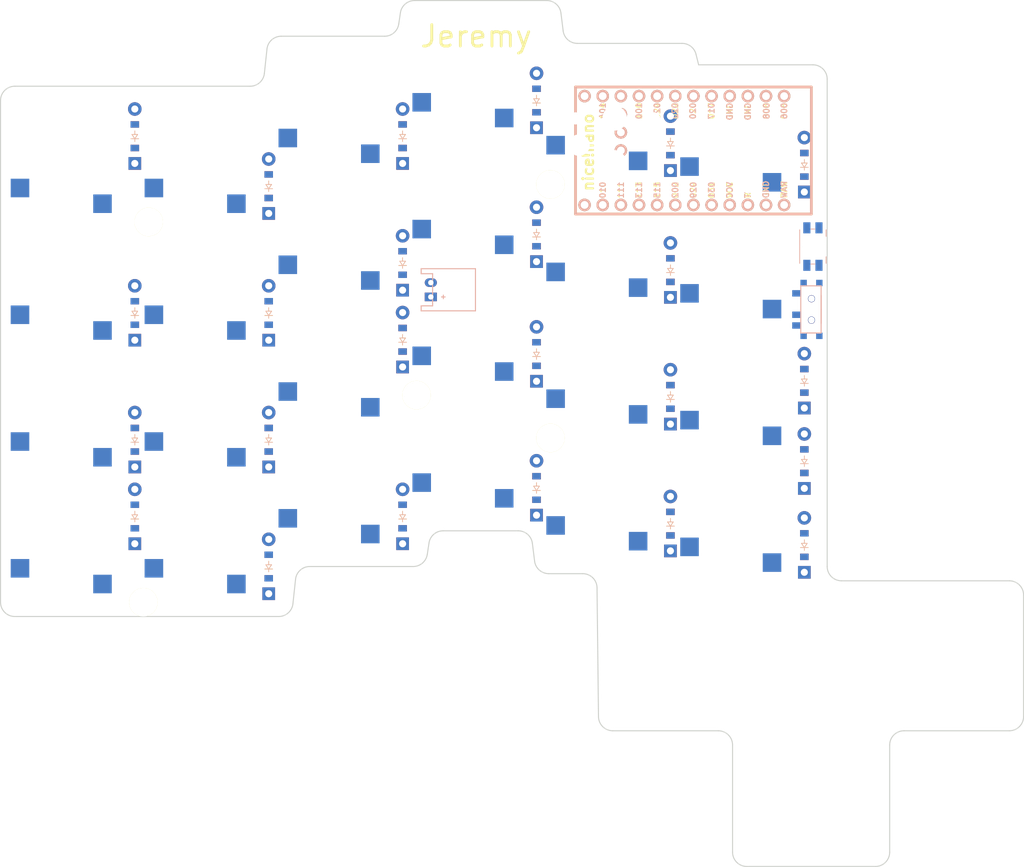
<source format=kicad_pcb>
(kicad_pcb (version 20240108) (generator "pcbnew") (generator_version "8.0")
  (title_block (title "left") (rev "v1.0.0") (company "Unknown"))
  (layers (0 "F.Cu" signal) (31 "B.Cu" signal) (34 "B.Paste" user) (35 "F.Paste" user) (36 "B.SilkS" user "B.Silkscreen") (37 "F.SilkS" user "F.Silkscreen") (38 "B.Mask" user) (39 "F.Mask" user) (44 "Edge.Cuts" user))
  (net 0 "")
  (net 1 "P020")
  (net 2 "first_bottom")
  (net 3 "first_home")
  (net 4 "first_top")
  (net 5 "first_num")
  (net 6 "P022")
  (net 7 "second_bottom")
  (net 8 "second_home")
  (net 9 "second_top")
  (net 10 "second_num")
  (net 11 "P024")
  (net 12 "third_bottom")
  (net 13 "third_home")
  (net 14 "third_top")
  (net 15 "third_num")
  (net 16 "P100")
  (net 17 "fourth_bottom")
  (net 18 "fourth_home")
  (net 19 "fourth_top")
  (net 20 "fourth_num")
  (net 21 "P011")
  (net 22 "fifth_bottom")
  (net 23 "fifth_home")
  (net 24 "fifth_top")
  (net 25 "fifth_num")
  (net 26 "P017")
  (net 27 "sixth_bottom")
  (net 28 "sixth_home")
  (net 29 "sixth_top")
  (net 30 "sixth_num")
  (net 31 "P002")
  (net 32 "P029")
  (net 33 "P115")
  (net 34 "P031")
  (net 35 "RAW")
  (net 36 "GND")
  (net 37 "RST")
  (net 38 "VCC")
  (net 39 "P113")
  (net 40 "P111")
  (net 41 "P010")
  (net 42 "P009")
  (net 43 "P006")
  (net 44 "P008")
  (net 45 "P104")
  (net 46 "P106")
  (net 47 "P101")
  (net 48 "P102")
  (net 49 "P107")
  (net 50 "pos")
  (footprint "E73:SPDT_C128955" (layer "F.Cu") (at 202.55 117.5 -90)
    (property "Reference" "T1" (hide yes))
    (property "Value" "" (hide yes))
    (pad "" smd rect (at -3.7 -1.1 270) (size 0.9 0.9) (layers "B.Cu" "B.Paste" "B.Mask"))
    (pad "" smd rect (at -3.7 1.1 270) (size 0.9 0.9) (layers "B.Cu" "B.Paste" "B.Mask"))
    (pad "" np_thru_hole circle (at -1.5 0) (size 1 1) (drill 0.9) (layers "*.Cu" "*.Mask"))
    (pad "" np_thru_hole circle (at 1.5 0) (size 1 1) (drill 0.9) (layers "*.Cu" "*.Mask"))
    (pad "" smd rect (at 3.7 -1.1 270) (size 0.9 0.9) (layers "B.Cu" "B.Paste" "B.Mask"))
    (pad "" smd rect (at 3.7 1.1 270) (size 0.9 0.9) (layers "B.Cu" "B.Paste" "B.Mask"))
    (pad "1" smd rect (at -2.25 2.075 270) (size 0.9 1.25) (layers "B.Cu" "B.Paste" "B.Mask") (net 50 "pos"))
    (pad "2" smd rect (at 0.75 2.075 270) (size 0.9 1.25) (layers "B.Cu" "B.Paste" "B.Mask") (net 35 "RAW"))
    (pad "3" smd rect (at 2.25 2.075 270) (size 0.9 1.25) (layers "B.Cu" "B.Paste" "B.Mask"))
  )
  (footprint "PG1350" (layer "F.Cu") (at 100 114.5 180)
    (property "Reference" "S3" (hide yes))
    (property "Value" "" (hide yes))
    (pad "" np_thru_hole circle (at -5.5 0) (size 1.7018 1.7018) (drill 1.7018) (layers "*.Cu" "*.Mask"))
    (pad "" np_thru_hole circle (at 0 -5.95) (size 3 3) (drill 3) (layers "*.Cu" "*.Mask"))
    (pad "" np_thru_hole circle (at 0 0) (size 3.429 3.429) (drill 3.429) (layers "*.Cu" "*.Mask"))
    (pad "" np_thru_hole circle (at 5 -3.75) (size 3 3) (drill 3) (layers "*.Cu" "*.Mask"))
    (pad "" np_thru_hole circle (at 5.5 0) (size 1.7018 1.7018) (drill 1.7018) (layers "*.Cu" "*.Mask"))
    (pad "1" smd rect (at -3.275 -5.95 180) (size 2.6 2.6) (layers "B.Cu" "B.Paste" "B.Mask") (net 1 "P020"))
    (pad "2" smd rect (at 8.275 -3.75 180) (size 2.6 2.6) (layers "B.Cu" "B.Paste" "B.Mask") (net 4 "first_top"))
  )
  (footprint "PG1350" (layer "F.Cu") (at 100 150 180)
    (property "Reference" "S1" (hide yes))
    (property "Value" "" (hide yes))
    (pad "" np_thru_hole circle (at -5.5 0) (size 1.7018 1.7018) (drill 1.7018) (layers "*.Cu" "*.Mask"))
    (pad "" np_thru_hole circle (at 0 -5.95) (size 3 3) (drill 3) (layers "*.Cu" "*.Mask"))
    (pad "" np_thru_hole circle (at 0 0) (size 3.429 3.429) (drill 3.429) (layers "*.Cu" "*.Mask"))
    (pad "" np_thru_hole circle (at 5 -3.75) (size 3 3) (drill 3) (layers "*.Cu" "*.Mask"))
    (pad "" np_thru_hole circle (at 5.5 0) (size 1.7018 1.7018) (drill 1.7018) (layers "*.Cu" "*.Mask"))
    (pad "1" smd rect (at -3.275 -5.95 180) (size 2.6 2.6) (layers "B.Cu" "B.Paste" "B.Mask") (net 1 "P020"))
    (pad "2" smd rect (at 8.275 -3.75 180) (size 2.6 2.6) (layers "B.Cu" "B.Paste" "B.Mask") (net 2 "first_bottom"))
  )
  (footprint "ComboDiode" (layer "F.Cu") (at 201.55 150.5 90)
    (property "Reference" "D16" (hide yes))
    (property "Value" "" (hide yes))
    (pad "1" thru_hole rect (at -3.81 0 90) (size 1.778 1.778) (drill 0.9906) (layers "*.Cu" "*.Mask") (net 33 "P115"))
    (pad "1" smd rect (at -1.65 0 90) (size 0.9 1.2) (layers "F.Cu" "F.Paste" "F.Mask") (net 33 "P115"))
    (pad "1" smd rect (at -1.65 0 90) (size 0.9 1.2) (layers "B.Cu" "B.Paste" "B.Mask") (net 33 "P115"))
    (pad "2" smd rect (at 1.65 0 90) (size 0.9 1.2) (layers "F.Cu" "F.Paste" "F.Mask") (net 27 "sixth_bottom"))
    (pad "2" smd rect (at 1.65 0 90) (size 0.9 1.2) (layers "B.Cu" "B.Paste" "B.Mask") (net 27 "sixth_bottom"))
    (pad "2" thru_hole circle (at 3.81 0 90) (size 1.905 1.905) (drill 0.9906) (layers "*.Cu" "*.Mask") (net 27 "sixth_bottom"))
  )
  (footprint "PG1350" (layer "F.Cu") (at 156.25 84.75 180)
    (property "Reference" "S16" (hide yes))
    (property "Value" "" (hide yes))
    (pad "" np_thru_hole circle (at -5.5 0) (size 1.7018 1.7018) (drill 1.7018) (layers "*.Cu" "*.Mask"))
    (pad "" np_thru_hole circle (at 0 -5.95) (size 3 3) (drill 3) (layers "*.Cu" "*.Mask"))
    (pad "" np_thru_hole circle (at 0 0) (size 3.429 3.429) (drill 3.429) (layers "*.Cu" "*.Mask"))
    (pad "" np_thru_hole circle (at 5 -3.75) (size 3 3) (drill 3) (layers "*.Cu" "*.Mask"))
    (pad "" np_thru_hole circle (at 5.5 0) (size 1.7018 1.7018) (drill 1.7018) (layers "*.Cu" "*.Mask"))
    (pad "1" smd rect (at -3.275 -5.95 180) (size 2.6 2.6) (layers "B.Cu" "B.Paste" "B.Mask") (net 16 "P100"))
    (pad "2" smd rect (at 8.275 -3.75 180) (size 2.6 2.6) (layers "B.Cu" "B.Paste" "B.Mask") (net 20 "fourth_num"))
  )
  (footprint "ComboDiode" (layer "F.Cu") (at 126.55 135.75 90)
    (property "Reference" "D4" (hide yes))
    (property "Value" "" (hide yes))
    (pad "1" thru_hole rect (at -3.81 0 90) (size 1.778 1.778) (drill 0.9906) (layers "*.Cu" "*.Mask") (net 31 "P002"))
    (pad "1" smd rect (at -1.65 0 90) (size 0.9 1.2) (layers "F.Cu" "F.Paste" "F.Mask") (net 31 "P002"))
    (pad "1" smd rect (at -1.65 0 90) (size 0.9 1.2) (layers "B.Cu" "B.Paste" "B.Mask") (net 31 "P002"))
    (pad "2" smd rect (at 1.65 0 90) (size 0.9 1.2) (layers "F.Cu" "F.Paste" "F.Mask") (net 8 "second_home"))
    (pad "2" smd rect (at 1.65 0 90) (size 0.9 1.2) (layers "B.Cu" "B.Paste" "B.Mask") (net 8 "second_home"))
    (pad "2" thru_hole circle (at 3.81 0 90) (size 1.905 1.905) (drill 0.9906) (layers "*.Cu" "*.Mask") (net 8 "second_home"))
  )
  (footprint "HOLE_M2_TH" (layer "F.Cu") (at 166 100)
    (property "Reference" "" (at 0 0 0) (layer "F.SilkS") (effects (font (size 1.27 1.27))))
    (property "Value" "")
    (pad "" np_thru_hole circle (at 0 0 90) (size 4 4) (drill 4) (layers "*.Cu" "*.Mask" "F.SilkS") (clearance 0.3))
  )
  (footprint "ComboDiode" (layer "F.Cu") (at 145.3 146.5 90)
    (property "Reference" "D7" (hide yes))
    (property "Value" "" (hide yes))
    (pad "1" thru_hole rect (at -3.81 0 90) (size 1.778 1.778) (drill 0.9906) (layers "*.Cu" "*.Mask") (net 33 "P115"))
    (pad "1" smd rect (at -1.65 0 90) (size 0.9 1.2) (layers "F.Cu" "F.Paste" "F.Mask") (net 33 "P115"))
    (pad "1" smd rect (at -1.65 0 90) (size 0.9 1.2) (layers "B.Cu" "B.Paste" "B.Mask") (net 33 "P115"))
    (pad "2" smd rect (at 1.65 0 90) (size 0.9 1.2) (layers "F.Cu" "F.Paste" "F.Mask") (net 12 "third_bottom"))
    (pad "2" smd rect (at 1.65 0 90) (size 0.9 1.2) (layers "B.Cu" "B.Paste" "B.Mask") (net 12 "third_bottom"))
    (pad "2" thru_hole circle (at 3.81 0 90) (size 1.905 1.905) (drill 0.9906) (layers "*.Cu" "*.Mask") (net 12 "third_bottom"))
  )
  (footprint "ComboDiode" (layer "F.Cu") (at 107.8 146.5 90)
    (property "Reference" "D20" (hide yes))
    (property "Value" "" (hide yes))
    (pad "1" thru_hole rect (at -3.81 0 90) (size 1.778 1.778) (drill 0.9906) (layers "*.Cu" "*.Mask") (net 33 "P115"))
    (pad "1" smd rect (at -1.65 0 90) (size 0.9 1.2) (layers "F.Cu" "F.Paste" "F.Mask") (net 33 "P115"))
    (pad "1" smd rect (at -1.65 0 90) (size 0.9 1.2) (layers "B.Cu" "B.Paste" "B.Mask") (net 33 "P115"))
    (pad "2" smd rect (at 1.65 0 90) (size 0.9 1.2) (layers "F.Cu" "F.Paste" "F.Mask") (net 2 "first_bottom"))
    (pad "2" smd rect (at 1.65 0 90) (size 0.9 1.2) (layers "B.Cu" "B.Paste" "B.Mask") (net 2 "first_bottom"))
    (pad "2" thru_hole circle (at 3.81 0 90) (size 1.905 1.905) (drill 0.9906) (layers "*.Cu" "*.Mask") (net 2 "first_bottom"))
  )
  (footprint "PG1350" (layer "F.Cu") (at 137.5 125.25 180)
    (property "Reference" "S10" (hide yes))
    (property "Value" "" (hide yes))
    (pad "" np_thru_hole circle (at -5.5 0) (size 1.7018 1.7018) (drill 1.7018) (layers "*.Cu" "*.Mask"))
    (pad "" np_thru_hole circle (at 0 -5.95) (size 3 3) (drill 3) (layers "*.Cu" "*.Mask"))
    (pad "" np_thru_hole circle (at 0 0) (size 3.429 3.429) (drill 3.429) (layers "*.Cu" "*.Mask"))
    (pad "" np_thru_hole circle (at 5 -3.75) (size 3 3) (drill 3) (layers "*.Cu" "*.Mask"))
    (pad "" np_thru_hole circle (at 5.5 0) (size 1.7018 1.7018) (drill 1.7018) (layers "*.Cu" "*.Mask"))
    (pad "1" smd rect (at -3.275 -5.95 180) (size 2.6 2.6) (layers "B.Cu" "B.Paste" "B.Mask") (net 11 "P024"))
    (pad "2" smd rect (at 8.275 -3.75 180) (size 2.6 2.6) (layers "B.Cu" "B.Paste" "B.Mask") (net 13 "third_home"))
  )
  (footprint "HOLE_M2_TH" (layer "F.Cu") (at 109.75 105.25)
    (property "Reference" "" (at 0 0 0) (layer "F.SilkS") (effects (font (size 1.27 1.27))))
    (property "Value" "")
    (pad "" np_thru_hole circle (at 0 0 90) (size 4 4) (drill 4) (layers "*.Cu" "*.Mask" "F.SilkS") (clearance 0.3))
  )
  (footprint "PG1350" (layer "F.Cu") (at 118.75 150 180)
    (property "Reference" "S5" (hide yes))
    (property "Value" "" (hide yes))
    (pad "" np_thru_hole circle (at -5.5 0) (size 1.7018 1.7018) (drill 1.7018) (layers "*.Cu" "*.Mask"))
    (pad "" np_thru_hole circle (at 0 -5.95) (size 3 3) (drill 3) (layers "*.Cu" "*.Mask"))
    (pad "" np_thru_hole circle (at 0 0) (size 3.429 3.429) (drill 3.429) (layers "*.Cu" "*.Mask"))
    (pad "" np_thru_hole circle (at 5 -3.75) (size 3 3) (drill 3) (layers "*.Cu" "*.Mask"))
    (pad "" np_thru_hole circle (at 5.5 0) (size 1.7018 1.7018) (drill 1.7018) (layers "*.Cu" "*.Mask"))
    (pad "1" smd rect (at -3.275 -5.95 180) (size 2.6 2.6) (layers "B.Cu" "B.Paste" "B.Mask") (net 6 "P022"))
    (pad "2" smd rect (at 8.275 -3.75 180) (size 2.6 2.6) (layers "B.Cu" "B.Paste" "B.Mask") (net 7 "second_bottom"))
  )
  (footprint "ComboDiode" (layer "F.Cu") (at 164.05 142.5 90)
    (property "Reference" "D23" (hide yes))
    (property "Value" "" (hide yes))
    (pad "1" thru_hole rect (at -3.81 0 90) (size 1.778 1.778) (drill 0.9906) (layers "*.Cu" "*.Mask") (net 33 "P115"))
    (pad "1" smd rect (at -1.65 0 90) (size 0.9 1.2) (layers "F.Cu" "F.Paste" "F.Mask") (net 33 "P115"))
    (pad "1" smd rect (at -1.65 0 90) (size 0.9 1.2) (layers "B.Cu" "B.Paste" "B.Mask") (net 33 "P115"))
    (pad "2" smd rect (at 1.65 0 90) (size 0.9 1.2) (layers "F.Cu" "F.Paste" "F.Mask") (net 17 "fourth_bottom"))
    (pad "2" smd rect (at 1.65 0 90) (size 0.9 1.2) (layers "B.Cu" "B.Paste" "B.Mask") (net 17 "fourth_bottom"))
    (pad "2" thru_hole circle (at 3.81 0 90) (size 1.905 1.905) (drill 0.9906) (layers "*.Cu" "*.Mask") (net 17 "fourth_bottom"))
  )
  (footprint "ComboDiode" (layer "F.Cu") (at 201.55 138.75 90)
    (property "Reference" "D19" (hide yes))
    (property "Value" "" (hide yes))
    (pad "1" thru_hole rect (at -3.81 0 90) (size 1.778 1.778) (drill 0.9906) (layers "*.Cu" "*.Mask") (net 31 "P002"))
    (pad "1" smd rect (at -1.65 0 90) (size 0.9 1.2) (layers "F.Cu" "F.Paste" "F.Mask") (net 31 "P002"))
    (pad "1" smd rect (at -1.65 0 90) (size 0.9 1.2) (layers "B.Cu" "B.Paste" "B.Mask") (net 31 "P002"))
    (pad "2" smd rect (at 1.65 0 90) (size 0.9 1.2) (layers "F.Cu" "F.Paste" "F.Mask") (net 28 "sixth_home"))
    (pad "2" smd rect (at 1.65 0 90) (size 0.9 1.2) (layers "B.Cu" "B.Paste" "B.Mask") (net 28 "sixth_home"))
    (pad "2" thru_hole circle (at 3.81 0 90) (size 1.905 1.905) (drill 0.9906) (layers "*.Cu" "*.Mask") (net 28 "sixth_home"))
  )
  (footprint "Panasonic_EVQPUL_EVQPUC" (layer "F.Cu") (at 202.75 108.7 -90)
    (property "Reference" "B1" (hide yes))
    (property "Value" "Panasonic_EVQPUL_EVQPUC" (hide yes))
    (pad "" np_thru_hole circle (at 0 -1.375 270) (size 0.75 0.75) (drill 0.75) (layers "*.Cu" "*.Mask"))
    (pad "" np_thru_hole circle (at 0 1.375 270) (size 0.75 0.75) (drill 0.75) (layers "*.Cu" "*.Mask"))
    (pad "1" smd rect (at -2.625 -0.85 270) (size 1.55 1) (layers "B.Cu" "B.Paste" "B.Mask") (net 36 "GND"))
    (pad "1" smd rect (at 2.625 -0.85 270) (size 1.55 1) (layers "B.Cu" "B.Paste" "B.Mask") (net 36 "GND"))
    (pad "2" smd rect (at -2.625 0.85 270) (size 1.55 1) (layers "B.Cu" "B.Paste" "B.Mask") (net 37 "RST"))
    (pad "2" smd rect (at 2.625 0.85 270) (size 1.55 1) (layers "B.Cu" "B.Paste" "B.Mask") (net 37 "RST"))
  )
  (footprint "HOLE_M2_TH" (layer "F.Cu") (at 147.25 129.5)
    (property "Reference" "" (at 0 0 0) (layer "F.SilkS") (effects (font (size 1.27 1.27))))
    (property "Value" "")
    (pad "" np_thru_hole circle (at 0 0 90) (size 4 4) (drill 4) (layers "*.Cu" "*.Mask" "F.SilkS") (clearance 0.3))
  )
  (footprint "ComboDiode" (layer "F.Cu") (at 182.8 129.75 90)
    (property "Reference" "D13" (hide yes))
    (property "Value" "" (hide yes))
    (pad "1" thru_hole rect (at -3.81 0 90) (size 1.778 1.778) (drill 0.9906) (layers "*.Cu" "*.Mask") (net 31 "P002"))
    (pad "1" smd rect (at -1.65 0 90) (size 0.9 1.2) (layers "F.Cu" "F.Paste" "F.Mask") (net 31 "P002"))
    (pad "1" smd rect (at -1.65 0 90) (size 0.9 1.2) (layers "B.Cu" "B.Paste" "B.Mask") (net 31 "P002"))
    (pad "2" smd rect (at 1.65 0 90) (size 0.9 1.2) (layers "F.Cu" "F.Paste" "F.Mask") (net 23 "fifth_home"))
    (pad "2" smd rect (at 1.65 0 90) (size 0.9 1.2) (layers "B.Cu" "B.Paste" "B.Mask") (net 23 "fifth_home"))
    (pad "2" thru_hole circle (at 3.81 0 90) (size 1.905 1.905) (drill 0.9906) (layers "*.Cu" "*.Mask") (net 23 "fifth_home"))
  )
  (footprint "PG1350" (layer "F.Cu") (at 156.25 138 180)
    (property "Reference" "S13" (hide yes))
    (property "Value" "" (hide yes))
    (pad "" np_thru_hole circle (at -5.5 0) (size 1.7018 1.7018) (drill 1.7018) (layers "*.Cu" "*.Mask"))
    (pad "" np_thru_hole circle (at 0 -5.95) (size 3 3) (drill 3) (layers "*.Cu" "*.Mask"))
    (pad "" np_thru_hole circle (at 0 0) (size 3.429 3.429) (drill 3.429) (layers "*.Cu" "*.Mask"))
    (pad "" np_thru_hole circle (at 5 -3.75) (size 3 3) (drill 3) (layers "*.Cu" "*.Mask"))
    (pad "" np_thru_hole circle (at 5.5 0) (size 1.7018 1.7018) (drill 1.7018) (layers "*.Cu" "*.Mask"))
    (pad "1" smd rect (at -3.275 -5.95 180) (size 2.6 2.6) (layers "B.Cu" "B.Paste" "B.Mask") (net 16 "P100"))
    (pad "2" smd rect (at 8.275 -3.75 180) (size 2.6 2.6) (layers "B.Cu" "B.Paste" "B.Mask") (net 17 "fourth_bottom"))
  )
  (footprint "ComboDiode" (layer "F.Cu") (at 107.8 118 90)
    (property "Reference" "D2" (hide yes))
    (property "Value" "" (hide yes))
    (pad "1" thru_hole rect (at -3.81 0 90) (size 1.778 1.778) (drill 0.9906) (layers "*.Cu" "*.Mask") (net 32 "P029"))
    (pad "1" smd rect (at -1.65 0 90) (size 0.9 1.2) (layers "F.Cu" "F.Paste" "F.Mask") (net 32 "P029"))
    (pad "1" smd rect (at -1.65 0 90) (size 0.9 1.2) (layers "B.Cu" "B.Paste" "B.Mask") (net 32 "P029"))
    (pad "2" smd rect (at 1.65 0 90) (size 0.9 1.2) (layers "F.Cu" "F.Paste" "F.Mask") (net 4 "first_top"))
    (pad "2" smd rect (at 1.65 0 90) (size 0.9 1.2) (layers "B.Cu" "B.Paste" "B.Mask") (net 4 "first_top"))
    (pad "2" thru_hole circle (at 3.81 0 90) (size 1.905 1.905) (drill 0.9906) (layers "*.Cu" "*.Mask") (net 4 "first_top"))
  )
  (footprint "ComboDiode" (layer "F.Cu") (at 107.8 93.25 90)
    (property "Reference" "D21" (hide yes))
    (property "Value" "" (hide yes))
    (pad "1" thru_hole rect (at -3.81 0 90) (size 1.778 1.778) (drill 0.9906) (layers "*.Cu" "*.Mask") (net 34 "P031"))
    (pad "1" smd rect (at -1.65 0 90) (size 0.9 1.2) (layers "F.Cu" "F.Paste" "F.Mask") (net 34 "P031"))
    (pad "1" smd rect (at -1.65 0 90) (size 0.9 1.2) (layers "B.Cu" "B.Paste" "B.Mask") (net 34 "P031"))
    (pad "2" smd rect (at 1.65 0 90) (size 0.9 1.2) (layers "F.Cu" "F.Paste" "F.Mask") (net 5 "first_num"))
    (pad "2" smd rect (at 1.65 0 90) (size 0.9 1.2) (layers "B.Cu" "B.Paste" "B.Mask") (net 5 "first_num"))
    (pad "2" thru_hole circle (at 3.81 0 90) (size 1.905 1.905) (drill 0.9906) (layers "*.Cu" "*.Mask") (net 5 "first_num"))
  )
  (footprint "PG1350" (layer "F.Cu") (at 156.25 102.5 180)
    (property "Reference" "S15" (hide yes))
    (property "Value" "" (hide yes))
    (pad "" np_thru_hole circle (at -5.5 0) (size 1.7018 1.7018) (drill 1.7018) (layers "*.Cu" "*.Mask"))
    (pad "" np_thru_hole circle (at 0 -5.95) (size 3 3) (drill 3) (layers "*.Cu" "*.Mask"))
    (pad "" np_thru_hole circle (at 0 0) (size 3.429 3.429) (drill 3.429) (layers "*.Cu" "*.Mask"))
    (pad "" np_thru_hole circle (at 5 -3.75) (size 3 3) (drill 3) (layers "*.Cu" "*.Mask"))
    (pad "" np_thru_hole circle (at 5.5 0) (size 1.7018 1.7018) (drill 1.7018) (layers "*.Cu" "*.Mask"))
    (pad "1" smd rect (at -3.275 -5.95 180) (size 2.6 2.6) (layers "B.Cu" "B.Paste" "B.Mask") (net 16 "P100"))
    (pad "2" smd rect (at 8.275 -3.75 180) (size 2.6 2.6) (layers "B.Cu" "B.Paste" "B.Mask") (net 19 "fourth_top"))
  )
  (footprint "ComboDiode" (layer "F.Cu") (at 126.55 100.25 90)
    (property "Reference" "D6" (hide yes))
    (property "Value" "" (hide yes))
    (pad "1" thru_hole rect (at -3.81 0 90) (size 1.778 1.778) (drill 0.9906) (layers "*.Cu" "*.Mask") (net 34 "P031"))
    (pad "1" smd rect (at -1.65 0 90) (size 0.9 1.2) (layers "F.Cu" "F.Paste" "F.Mask") (net 34 "P031"))
    (pad "1" smd rect (at -1.65 0 90) (size 0.9 1.2) (layers "B.Cu" "B.Paste" "B.Mask") (net 34 "P031"))
    (pad "2" smd rect (at 1.65 0 90) (size 0.9 1.2) (layers "F.Cu" "F.Paste" "F.Mask") (net 10 "second_num"))
    (pad "2" smd rect (at 1.65 0 90) (size 0.9 1.2) (layers "B.Cu" "B.Paste" "B.Mask") (net 10 "second_num"))
    (pad "2" thru_hole circle (at 3.81 0 90) (size 1.905 1.905) (drill 0.9906) (layers "*.Cu" "*.Mask") (net 10 "second_num"))
  )
  (footprint "PG1350" (layer "F.Cu") (at 100 132.25 180)
    (property "Reference" "S2" (hide yes))
    (property "Value" "" (hide yes))
    (pad "" np_thru_hole circle (at -5.5 0) (size 1.7018 1.7018) (drill 1.7018) (layers "*.Cu" "*.Mask"))
    (pad "" np_thru_hole circle (at 0 -5.95) (size 3 3) (drill 3) (layers "*.Cu" "*.Mask"))
    (pad "" np_thru_hole circle (at 0 0) (size 3.429 3.429) (drill 3.429) (layers "*.Cu" "*.Mask"))
    (pad "" np_thru_hole circle (at 5 -3.75) (size 3 3) (drill 3) (layers "*.Cu" "*.Mask"))
    (pad "" np_thru_hole circle (at 5.5 0) (size 1.7018 1.7018) (drill 1.7018) (layers "*.Cu" "*.Mask"))
    (pad "1" smd rect (at -3.275 -5.95 180) (size 2.6 2.6) (layers "B.Cu" "B.Paste" "B.Mask") (net 1 "P020"))
    (pad "2" smd rect (at 8.275 -3.75 180) (size 2.6 2.6) (layers "B.Cu" "B.Paste" "B.Mask") (net 3 "first_home"))
  )
  (footprint "ComboDiode" (layer "F.Cu") (at 201.55 97.25 90)
    (property "Reference" "D17" (hide yes))
    (property "Value" "" (hide yes))
    (pad "1" thru_hole rect (at -3.81 0 90) (size 1.778 1.778) (drill 0.9906) (layers "*.Cu" "*.Mask") (net 34 "P031"))
    (pad "1" smd rect (at -1.65 0 90) (size 0.9 1.2) (layers "F.Cu" "F.Paste" "F.Mask") (net 34 "P031"))
    (pad "1" smd rect (at -1.65 0 90) (size 0.9 1.2) (layers "B.Cu" "B.Paste" "B.Mask") (net 34 "P031"))
    (pad "2" smd rect (at 1.65 0 90) (size 0.9 1.2) (layers "F.Cu" "F.Paste" "F.Mask") (net 30 "sixth_num"))
    (pad "2" smd rect (at 1.65 0 90) (size 0.9 1.2) (layers "B.Cu" "B.Paste" "B.Mask") (net 30 "sixth_num"))
    (pad "2" thru_hole circle (at 3.81 0 90) (size 1.905 1.905) (drill 0.9906) (layers "*.Cu" "*.Mask") (net 30 "sixth_num"))
  )
  (footprint "PG1350" (layer "F.Cu") (at 193.75 111.5 180)
    (property "Reference" "S23" (hide yes))
    (property "Value" "" (hide yes))
    (pad "" np_thru_hole circle (at -5.5 0) (size 1.7018 1.7018) (drill 1.7018) (layers "*.Cu" "*.Mask"))
    (pad "" np_thru_hole circle (at 0 -5.95) (size 3 3) (drill 3) (layers "*.Cu" "*.Mask"))
    (pad "" np_thru_hole circle (at 0 0) (size 3.429 3.429) (drill 3.429) (layers "*.Cu" "*.Mask"))
    (pad "" np_thru_hole circle (at 5 -3.75) (size 3 3) (drill 3) (layers "*.Cu" "*.Mask"))
    (pad "" np_thru_hole circle (at 5.5 0) (size 1.7018 1.7018) (drill 1.7018) (layers "*.Cu" "*.Mask"))
    (pad "1" smd rect (at -3.275 -5.95 180) (size 2.6 2.6) (layers "B.Cu" "B.Paste" "B.Mask") (net 26 "P017"))
    (pad "2" smd rect (at 8.275 -3.75 180) (size 2.6 2.6) (layers "B.Cu" "B.Paste" "B.Mask") (net 29 "sixth_top"))
  )
  (footprint "ComboDiode" (layer "F.Cu") (at 126.55 118 90)
    (property "Reference" "D5" (hide yes))
    (property "Value" "" (hide yes))
    (pad "1" thru_hole rect (at -3.81 0 90) (size 1.778 1.778) (drill 0.9906) (layers "*.Cu" "*.Mask") (net 32 "P029"))
    (pad "1" smd rect (at -1.65 0 90) (size 0.9 1.2) (layers "F.Cu" "F.Paste" "F.Mask") (net 32 "P029"))
    (pad "1" smd rect (at -1.65 0 90) (size 0.9 1.2) (layers "B.Cu" "B.Paste" "B.Mask") (net 32 "P029"))
    (pad "2" smd rect (at 1.65 0 90) (size 0.9 1.2) (layers "F.Cu" "F.Paste" "F.Mask") (net 9 "second_top"))
    (pad "2" smd rect (at 1.65 0 90) (size 0.9 1.2) (layers "B.Cu" "B.Paste" "B.Mask") (net 9 "second_top"))
    (pad "2" thru_hole circle (at 3.81 0 90) (size 1.905 1.905) (drill 0.9906) (layers "*.Cu" "*.Mask") (net 9 "second_top"))
  )
  (footprint "JST_PH_S2B-PH-K_02x2.00mm_Angled" (layer "F.Cu") (at 149.25 114.75 90)
    (property "Reference" "JST1" (hide yes))
    (property "Value" "" (hide yes))
    (pad "1" thru_hole rect (at -1 0 90) (size 1.2 1.7) (drill 0.75) (layers "*.Cu" "*.Mask") (net 50 "pos"))
    (pad "2" thru_hole oval (at 1 0 90) (size 1.2 1.7) (drill 0.75) (layers "*.Cu" "*.Mask") (net 36 "GND"))
  )
  (footprint "ComboDiode" (layer "F.Cu") (at 145.3 111 90)
    (property "Reference" "D8" (hide yes))
    (property "Value" "" (hide yes))
    (pad "1" thru_hole rect (at -3.81 0 90) (size 1.778 1.778) (drill 0.9906) (layers "*.Cu" "*.Mask") (net 32 "P029"))
    (pad "1" smd rect (at -1.65 0 90) (size 0.9 1.2) (layers "F.Cu" "F.Paste" "F.Mask") (net 32 "P029"))
    (pad "1" smd rect (at -1.65 0 90) (size 0.9 1.2) (layers "B.Cu" "B.Paste" "B.Mask") (net 32 "P029"))
    (pad "2" smd rect (at 1.65 0 90) (size 0.9 1.2) (layers "F.Cu" "F.Paste" "F.Mask") (net 14 "third_top"))
    (pad "2" smd rect (at 1.65 0 90) (size 0.9 1.2) (layers "B.Cu" "B.Paste" "B.Mask") (net 14 "third_top"))
    (pad "2" thru_hole circle (at 3.81 0 90) (size 1.905 1.905) (drill 0.9906) (layers "*.Cu" "*.Mask") (net 14 "third_top"))
  )
  (footprint "PG1350" (layer "F.Cu") (at 193.75 129.25 180)
    (property "Reference" "S22" (hide yes))
    (property "Value" "" (hide yes))
    (pad "" np_thru_hole circle (at -5.5 0) (size 1.7018 1.7018) (drill 1.7018) (layers "*.Cu" "*.Mask"))
    (pad "" np_thru_hole circle (at 0 -5.95) (size 3 3) (drill 3) (layers "*.Cu" "*.Mask"))
    (pad "" np_thru_hole circle (at 0 0) (size 3.429 3.429) (drill 3.429) (layers "*.Cu" "*.Mask"))
    (pad "" np_thru_hole circle (at 5 -3.75) (size 3 3) (drill 3) (layers "*.Cu" "*.Mask"))
    (pad "" np_thru_hole circle (at 5.5 0) (size 1.7018 1.7018) (drill 1.7018) (layers "*.Cu" "*.Mask"))
    (pad "1" smd rect (at -3.275 -5.95 180) (size 2.6 2.6) (layers "B.Cu" "B.Paste" "B.Mask") (net 26 "P017"))
    (pad "2" smd rect (at 8.275 -3.75 180) (size 2.6 2.6) (layers "B.Cu" "B.Paste" "B.Mask") (net 28 "sixth_home"))
  )
  (footprint "ComboDiode" (layer "F.Cu") (at 182.8 112 90)
    (property "Reference" "D14" (hide yes))
    (property "Value" "" (hide yes))
    (pad "1" thru_hole rect (at -3.81 0 90) (size 1.778 1.778) (drill 0.9906) (layers "*.Cu" "*.Mask") (net 32 "P029"))
    (pad "1" smd rect (at -1.65 0 90) (size 0.9 1.2) (layers "F.Cu" "F.Paste" "F.Mask") (net 32 "P029"))
    (pad "1" smd rect (at -1.65 0 90) (size 0.9 1.2) (layers "B.Cu" "B.Paste" "B.Mask") (net 32 "P029"))
    (pad "2" smd rect (at 1.65 0 90) (size 0.9 1.2) (layers "F.Cu" "F.Paste" "F.Mask") (net 24 "fifth_top"))
    (pad "2" smd rect (at 1.65 0 90) (size 0.9 1.2) (layers "B.Cu" "B.Paste" "B.Mask") (net 24 "fifth_top"))
    (pad "2" thru_hole circle (at 3.81 0 90) (size 1.905 1.905) (drill 0.9906) (layers "*.Cu" "*.Mask") (net 24 "fifth_top"))
  )
  (footprint "ComboDiode" (layer "F.Cu") (at 145.3 121.75 90)
    (property "Reference" "D22" (hide yes))
    (property "Value" "" (hide yes))
    (pad "1" thru_hole rect (at -3.81 0 90) (size 1.778 1.778) (drill 0.9906) (layers "*.Cu" "*.Mask") (net 31 "P002"))
    (pad "1" smd rect (at -1.65 0 90) (size 0.9 1.2) (layers "F.Cu" "F.Paste" "F.Mask") (net 31 "P002"))
    (pad "1" smd rect (at -1.65 0 90) (size 0.9 1.2) (layers "B.Cu" "B.Paste" "B.Mask") (net 31 "P002"))
    (pad "2" smd rect (at 1.65 0 90) (size 0.9 1.2) (layers "F.Cu" "F.Paste" "F.Mask") (net 13 "third_home"))
    (pad "2" smd rect (at 1.65 0 90) (size 0.9 1.2) (layers "B.Cu" "B.Paste" "B.Mask") (net 13 "third_home"))
    (pad "2" thru_hole circle (at 3.81 0 90) (size 1.905 1.905) (drill 0.9906) (layers "*.Cu" "*.Mask") (net 13 "third_home"))
  )
  (footprint "PG1350" (layer "F.Cu") (at 175 90.75 180)
    (property "Reference" "S20" (hide yes))
    (property "Value" "" (hide yes))
    (pad "" np_thru_hole circle (at -5.5 0) (size 1.7018 1.7018) (drill 1.7018) (layers "*.Cu" "*.Mask"))
    (pad "" np_thru_hole circle (at 0 -5.95) (size 3 3) (drill 3) (layers "*.Cu" "*.Mask"))
    (pad "" np_thru_hole circle (at 0 0) (size 3.429 3.429) (drill 3.429) (layers "*.Cu" "*.Mask"))
    (pad "" np_thru_hole circle (at 5 -3.75) (size 3 3) (drill 3) (layers "*.Cu" "*.Mask"))
    (pad "" np_thru_hole circle (at 5.5 0) (size 1.7018 1.7018) (drill 1.7018) (layers "*.Cu" "*.Mask"))
    (pad "1" smd rect (at -3.275 -5.95 180) (size 2.6 2.6) (layers "B.Cu" "B.Paste" "B.Mask") (net 21 "P011"))
    (pad "2" smd rect (at 8.275 -3.75 180) (size 2.6 2.6) (layers "B.Cu" "B.Paste" "B.Mask") (net 25 "fifth_num"))
  )
  (footprint "PG1350" (layer "F.Cu") (at 118.75 96.75 180)
    (property "Reference" "S8" (hide yes))
    (property "Value" "" (hide yes))
    (pad "" np_thru_hole circle (at -5.5 0) (size 1.7018 1.7018) (drill 1.7018) (layers "*.Cu" "*.Mask"))
    (pad "" np_thru_hole circle (at 0 -5.95) (size 3 3) (drill 3) (layers "*.Cu" "*.Mask"))
    (pad "" np_thru_hole circle (at 0 0) (size 3.429 3.429) (drill 3.429) (layers "*.Cu" "*.Mask"))
    (pad "" np_thru_hole circle (at 5 -3.75) (size 3 3) (drill 3) (layers "*.Cu" "*.Mask"))
    (pad "" np_thru_hole circle (at 5.5 0) (size 1.7018 1.7018) (drill 1.7018) (layers "*.Cu" "*.Mask"))
    (pad "1" smd rect (at -3.275 -5.95 180) (size 2.6 2.6) (layers "B.Cu" "B.Paste" "B.Mask") (net 6 "P022"))
    (pad "2" smd rect (at 8.275 -3.75 180) (size 2.6 2.6) (layers "B.Cu" "B.Paste" "B.Mask") (net 10 "second_num"))
  )
  (footprint "PG1350" (layer "F.Cu") (at 175 144 180)
    (property "Reference" "S17" (hide yes))
    (property "Value" "" (hide yes))
    (pad "" np_thru_hole circle (at -5.5 0) (size 1.7018 1.7018) (drill 1.7018) (layers "*.Cu" "*.Mask"))
    (pad "" np_thru_hole circle (at 0 -5.95) (size 3 3) (drill 3) (layers "*.Cu" "*.Mask"))
    (pad "" np_thru_hole circle (at 0 0) (size 3.429 3.429) (drill 3.429) (layers "*.Cu" "*.Mask"))
    (pad "" np_thru_hole circle (at 5 -3.75) (size 3 3) (drill 3) (layers "*.Cu" "*.Mask"))
    (pad "" np_thru_hole circle (at 5.5 0) (size 1.7018 1.7018) (drill 1.7018) (layers "*.Cu" "*.Mask"))
    (pad "1" smd rect (at -3.275 -5.95 180) (size 2.6 2.6) (layers "B.Cu" "B.Paste" "B.Mask") (net 21 "P011"))
    (pad "2" smd rect (at 8.275 -3.75 180) (size 2.6 2.6) (layers "B.Cu" "B.Paste" "B.Mask") (net 22 "fifth_bottom"))
  )
  (footprint "HOLE_M2_TH" (layer "F.Cu") (at 109 158.5)
    (property "Reference" "" (at 0 0 0) (layer "F.SilkS") (effects (font (size 1.27 1.27))))
    (property "Value" "")
    (pad "" np_thru_hole circle (at 0 0 90) (size 4 4) (drill 4) (layers "*.Cu" "*.Mask" "F.SilkS") (clearance 0.3))
  )
  (footprint "PG1350" (layer "F.Cu") (at 118.75 114.5 180)
    (property "Reference" "S7" (hide yes))
    (property "Value" "" (hide yes))
    (pad "" np_thru_hole circle (at -5.5 0) (size 1.7018 1.7018) (drill 1.7018) (layers "*.Cu" "*.Mask"))
    (pad "" np_thru_hole circle (at 0 -5.95) (size 3 3) (drill 3) (layers "*.Cu" "*.Mask"))
    (pad "" np_thru_hole circle (at 0 0) (size 3.429 3.429) (drill 3.429) (layers "*.Cu" "*.Mask"))
    (pad "" np_thru_hole circle (at 5 -3.75) (size 3 3) (drill 3) (layers "*.Cu" "*.Mask"))
    (pad "" np_thru_hole circle (at 5.5 0) (size 1.7018 1.7018) (drill 1.7018) (layers "*.Cu" "*.Mask"))
    (pad "1" smd rect (at -3.275 -5.95 180) (size 2.6 2.6) (layers "B.Cu" "B.Paste" "B.Mask") (net 6 "P022"))
    (pad "2" smd rect (at 8.275 -3.75 180) (size 2.6 2.6) (layers "B.Cu" "B.Paste" "B.Mask") (net 9 "second_top"))
  )
  (footprint "PG1350" (layer "F.Cu") (at 175 108.5 180)
    (property "Reference" "S19" (hide yes))
    (property "Value" "" (hide yes))
    (pad "" np_thru_hole circle (at -5.5 0) (size 1.7018 1.7018) (drill 1.7018) (layers "*.Cu" "*.Mask"))
    (pad "" np_thru_hole circle (at 0 -5.95) (size 3 3) (drill 3) (layers "*.Cu" "*.Mask"))
    (pad "" np_thru_hole circle (at 0 0) (size 3.429 3.429) (drill 3.429) (layers "*.Cu" "*.Mask"))
    (pad "" np_thru_hole circle (at 5 -3.75) (size 3 3) (drill 3) (layers "*.Cu" "*.Mask"))
    (pad "" np_thru_hole circle (at 5.5 0) (size 1.7018 1.7018) (drill 1.7018) (layers "*.Cu" "*.Mask"))
    (pad "1" smd rect (at -3.275 -5.95 180) (size 2.6 2.6) (layers "B.Cu" "B.Paste" "B.Mask") (net 21 "P011"))
    (pad "2" smd rect (at 8.275 -3.75 180) (size 2.6 2.6) (layers "B.Cu" "B.Paste" "B.Mask") (net 24 "fifth_top"))
  )
  (footprint "HOLE_M2_TH" (layer "F.Cu") (at 166 135.5)
    (property "Reference" "" (at 0 0 0) (layer "F.SilkS") (effects (font (size 1.27 1.27))))
    (property "Value" "")
    (pad "" np_thru_hole circle (at 0 0 90) (size 4 4) (drill 4) (layers "*.Cu" "*.Mask" "F.SilkS") (clearance 0.3))
  )
  (footprint "ComboDiode" (layer "F.Cu") (at 164.05 88.25 90)
    (property "Reference" "D11" (hide yes))
    (property "Value" "" (hide yes))
    (pad "1" thru_hole rect (at -3.81 0 90) (size 1.778 1.778) (drill 0.9906) (layers "*.Cu" "*.Mask") (net 34 "P031"))
    (pad "1" smd rect (at -1.65 0 90) (size 0.9 1.2) (layers "F.Cu" "F.Paste" "F.Mask") (net 34 "P031"))
    (pad "1" smd rect (at -1.65 0 90) (size 0.9 1.2) (layers "B.Cu" "B.Paste" "B.Mask") (net 34 "P031"))
    (pad "2" smd rect (at 1.65 0 90) (size 0.9 1.2) (layers "F.Cu" "F.Paste" "F.Mask") (net 20 "fourth_num"))
    (pad "2" smd rect (at 1.65 0 90) (size 0.9 1.2) (layers "B.Cu" "B.Paste" "B.Mask") (net 20 "fourth_num"))
    (pad "2" thru_hole circle (at 3.81 0 90) (size 1.905 1.905) (drill 0.9906) (layers "*.Cu" "*.Mask") (net 20 "fourth_num"))
  )
  (footprint "PG1350" (layer "F.Cu") (at 193.75 93.75 180)
    (property "Reference" "S24" (hide yes))
    (property "Value" "" (hide yes))
    (pad "" np_thru_hole circle (at -5.5 0) (size 1.7018 1.7018) (drill 1.7018) (layers "*.Cu" "*.Mask"))
    (pad "" np_thru_hole circle (at 0 -5.95) (size 3 3) (drill 3) (layers "*.Cu" "*.Mask"))
    (pad "" np_thru_hole circle (at 0 0) (size 3.429 3.429) (drill 3.429) (layers "*.Cu" "*.Mask"))
    (pad "" np_thru_hole circle (at 5 -3.75) (size 3 3) (drill 3) (layers "*.Cu" "*.Mask"))
    (pad "" np_thru_hole circle (at 5.5 0) (size 1.7018 1.7018) (drill 1.7018) (layers "*.Cu" "*.Mask"))
    (pad "1" smd rect (at -3.275 -5.95 180) (size 2.6 2.6) (layers "B.Cu" "B.Paste" "B.Mask") (net 26 "P017"))
    (pad "2" smd rect (at 8.275 -3.75 180) (size 2.6 2.6) (layers "B.Cu" "B.Paste" "B.Mask") (net 30 "sixth_num"))
  )
  (footprint "ComboDiode" (layer "F.Cu") (at 126.55 153.5 90)
    (property "Reference" "D3" (hide yes))
    (property "Value" "" (hide yes))
    (pad "1" thru_hole rect (at -3.81 0 90) (size 1.778 1.778) (drill 0.9906) (layers "*.Cu" "*.Mask") (net 33 "P115"))
    (pad "1" smd rect (at -1.65 0 90) (size 0.9 1.2) (layers "F.Cu" "F.Paste" "F.Mask") (net 33 "P115"))
    (pad "1" smd rect (at -1.65 0 90) (size 0.9 1.2) (layers "B.Cu" "B.Paste" "B.Mask") (net 33 "P115"))
    (pad "2" smd rect (at 1.65 0 90) (size 0.9 1.2) (layers "F.Cu" "F.Paste" "F.Mask") (net 7 "second_bottom"))
    (pad "2" smd rect (at 1.65 0 90) (size 0.9 1.2) (layers "B.Cu" "B.Paste" "B.Mask") (net 7 "second_bottom"))
    (pad "2" thru_hole circle (at 3.81 0 90) (size 1.905 1.905) (drill 0.9906) (layers "*.Cu" "*.Mask") (net 7 "second_bottom"))
  )
  (footprint "PG1350" (layer "F.Cu") (at 137.5 107.5 180)
    (property "Reference" "S11" (hide yes))
    (property "Value" "" (hide yes))
    (pad "" np_thru_hole circle (at -5.5 0) (size 1.7018 1.7018) (drill 1.7018) (layers "*.Cu" "*.Mask"))
    (pad "" np_thru_hole circle (at 0 -5.95) (size 3 3) (drill 3) (layers "*.Cu" "*.Mask"))
    (pad "" np_thru_hole circle (at 0 0) (size 3.429 3.429) (drill 3.429) (layers "*.Cu" "*.Mask"))
    (pad "" np_thru_hole circle (at 5 -3.75) (size 3 3) (drill 3) (layers "*.Cu" "*.Mask"))
    (pad "" np_thru_hole circle (at 5.5 0) (size 1.7018 1.7018) (drill 1.7018) (layers "*.Cu" "*.Mask"))
    (pad "1" smd rect (at -3.275 -5.95 180) (size 2.6 2.6) (layers "B.Cu" "B.Paste" "B.Mask") (net 11 "P024"))
    (pad "2" smd rect (at 8.275 -3.75 180) (size 2.6 2.6) (layers "B.Cu" "B.Paste" "B.Mask") (net 14 "third_top"))
  )
  (footprint "PG1350" (layer "F.Cu") (at 137.5 89.75 180)
    (property "Reference" "S12" (hide yes))
    (property "Value" "" (hide yes))
    (pad "" np_thru_hole circle (at -5.5 0) (size 1.7018 1.7018) (drill 1.7018) (layers "*.Cu" "*.Mask"))
    (pad "" np_thru_hole circle (at 0 -5.95) (size 3 3) (drill 3) (layers "*.Cu" "*.Mask"))
    (pad "" np_thru_hole circle (at 0 0) (size 3.429 3.429) (drill 3.429) (layers "*.Cu" "*.Mask"))
    (pad "" np_thru_hole circle (at 5 -3.75) (size 3 3) (drill 3) (layers "*.Cu" "*.Mask"))
    (pad "" np_thru_hole circle (at 5.5 0) (size 1.7018 1.7018) (drill 1.7018) (layers "*.Cu" "*.Mask"))
    (pad "1" smd rect (at -3.275 -5.95 180) (size 2.6 2.6) (layers "B.Cu" "B.Paste" "B.Mask") (net 11 "P024"))
    (pad "2" smd rect (at 8.275 -3.75 180) (size 2.6 2.6) (layers "B.Cu" "B.Paste" "B.Mask") (net 15 "third_num"))
  )
  (footprint "PG1350" (layer "F.Cu") (at 118.75 132.25 180)
    (property "Reference" "S6" (hide yes))
    (property "Value" "" (hide yes))
    (pad "" np_thru_hole circle (at -5.5 0) (size 1.7018 1.7018) (drill 1.7018) (layers "*.Cu" "*.Mask"))
    (pad "" np_thru_hole circle (at 0 -5.95) (size 3 3) (drill 3) (layers "*.Cu" "*.Mask"))
    (pad "" np_thru_hole circle (at 0 0) (size 3.429 3.429) (drill 3.429) (layers "*.Cu" "*.Mask"))
    (pad "" np_thru_hole circle (at 5 -3.75) (size 3 3) (drill 3) (layers "*.Cu" "*.Mask"))
    (pad "" np_thru_hole circle (at 5.5 0) (size 1.7018 1.7018) (drill 1.7018) (layers "*.Cu" "*.Mask"))
    (pad "1" smd rect (at -3.275 -5.95 180) (size 2.6 2.6) (layers "B.Cu" "B.Paste" "B.Mask") (net 6 "P022"))
    (pad "2" smd rect (at 8.275 -3.75 180) (size 2.6 2.6) (layers "B.Cu" "B.Paste" "B.Mask") (net 8 "second_home"))
  )
  (footprint "nice_nano" (layer "F.Cu") (at 184.75 95.25 180)
    (property "Reference" "MCU1" (hide yes))
    (property "Value" "nice_nano" (hide yes))
    (fp_text user "022" (at 1.3 5.53719 -90) (layer "B.SilkS") (effects (font (size 0.8 0.8)) (justify mirror)))
    (fp_text user "GND" (at -6.35 5.461 -90) (layer "B.SilkS") (effects (font (size 0.8 0.8)) (justify mirror)))
    (fp_text user "006" (at -13.97 5.53719 -90) (layer "B.SilkS") (effects (font (size 0.8 0.8)) (justify mirror)))
    (fp_text user "113" (at 6.35 -5.537191 -90) (layer "B.SilkS") (effects (font (size 0.8 0.8)) (justify mirror)))
    (fp_text user "GND" (at -11.43 -5.454667 -90) (layer "B.SilkS") (effects (font (size 0.8 0.8)) (justify mirror)))
    (fp_text user "029" (at -1.27 -5.537191 -90) (layer "B.SilkS") (effects (font (size 0.8 0.8)) (justify mirror)))
    (fp_text user "020" (at -1.2 5.53719 -90) (layer "B.SilkS") (effects (font (size 0.8 0.8)) (justify mirror)))
    (fp_text user "008" (at -11.5 5.53719 -90) (layer "B.SilkS") (effects (font (size 0.8 0.8)) (justify mirror)))
    (fp_text user "017" (at -3.8 5.53719 -90) (layer "B.SilkS") (effects (font (size 0.8 0.8)) (justify mirror)))
    (fp_text user "031" (at -3.81 -5.537191 -90) (layer "B.SilkS") (effects (font (size 0.8 0.8)) (justify mirror)))
    (fp_text user "104" (at 11.43 5.53719 -90) (layer "B.SilkS") (effects (font (size 0.8 0.8)) (justify mirror)))
    (fp_text user "RST" (at -8.89 -5.588 -90) (layer "B.SilkS") (effects (font (size 0.8 0.8)) (justify mirror)))
    (fp_text user "002" (at 1.27 -5.537191 -90) (layer "B.SilkS") (effects (font (size 0.8 0.8)) (justify mirror)))
    (fp_text user "024" (at 3.81 5.53719 -90) (layer "B.SilkS") (effects (font (size 0.8 0.8)) (justify mirror)))
    (fp_text user "100" (at 6.35 5.53719 -90) (layer "B.SilkS") (effects (font (size 0.8 0.8)) (justify mirror)))
    (fp_text user "111" (at 8.89 -5.537191 -90) (layer "B.SilkS") (effects (font (size 0.8 0.8)) (justify mirror)))
    (fp_text user "VCC" (at -6.35 -5.537191 -90) (layer "B.SilkS") (effects (font (size 0.8 0.8)) (justify mirror)))
    (fp_text user "010" (at 11.43 -5.537191 -90) (layer "B.SilkS") (effects (font (size 0.8 0.8)) (justify mirror)))
    (fp_text user "RAW" (at -13.97 -5.473715 -90) (layer "B.SilkS") (effects (font (size 0.8 0.8)) (justify mirror)))
    (fp_text user "GND" (at -8.89 5.461 -90) (layer "B.SilkS") (effects (font (size 0.8 0.8)) (justify mirror)))
    (fp_text user "115" (at 3.81 -5.537191 -90) (layer "B.SilkS") (effects (font (size 0.8 0.8)) (justify mirror)))
    (fp_text user "115" (at 3.81 -5.537191 -90) (layer "F.SilkS") (effects (font (size 0.8 0.8))))
    (fp_text user "031" (at -3.81 -5.537191 -90) (layer "F.SilkS") (effects (font (size 0.8 0.8))))
    (fp_text user "104" (at 11.43 5.53719 -90) (layer "F.SilkS") (effects (font (size 0.8 0.8))))
    (fp_text user "022" (at 1.3 5.53719 -90) (layer "F.SilkS") (effects (font (size 0.8 0.8))))
    (fp_text user "010" (at 11.43 -5.537191 -90) (layer "F.SilkS") (effects (font (size 0.8 0.8))))
    (fp_text user "017" (at -3.8 5.53719 -90) (layer "F.SilkS") (effects (font (size 0.8 0.8))))
    (fp_text user "113" (at 6.35 -5.537191 -90) (layer "F.SilkS") (effects (font (size 0.8 0.8))))
    (fp_text user "VCC" (at -6.35 -5.537191 -90) (layer "F.SilkS") (effects (font (size 0.8 0.8))))
    (fp_text user "RAW" (at -13.97 -5.473715 -90) (layer "F.SilkS") (effects (font (size 0.8 0.8))))
    (fp_text user "029" (at -1.27 -5.537191 -90) (layer "F.SilkS") (effects (font (size 0.8 0.8))))
    (fp_text user "020" (at -1.2 5.53719 -90) (layer "F.SilkS") (effects (font (size 0.8 0.8))))
    (fp_text user "006" (at -13.97 5.53719 -90) (layer "F.SilkS") (effects (font (size 0.8 0.8))))
    (fp_text user "GND" (at -11.43 -5.454667 -90) (layer "F.SilkS") (effects (font (size 0.8 0.8))))
    (fp_text user "002" (at 1.27 -5.537191 -90) (layer "F.SilkS") (effects (font (size 0.8 0.8))))
    (fp_text user "GND" (at -8.89 5.461 -90) (layer "F.SilkS") (effects (font (size 0.8 0.8))))
    (fp_text user "RST" (at -8.89 -5.588 -90) (layer "F.SilkS") (effects (font (size 0.8 0.8))))
    (fp_text user "024" (at 3.81 5.53719 -90) (layer "F.SilkS") (effects (font (size 0.8 0.8))))
    (fp_text user "nice!nano" (at 13.462 -0.254 -90) (layer "F.SilkS") (effects (font (size 1.5 1.5) (thickness 0.3))))
    (fp_text user "100" (at 6.35 5.53719 -90) (layer "F.SilkS") (effects (font (size 0.8 0.8))))
    (fp_text user "111" (at 8.89 -5.537191 -90) (layer "F.SilkS") (effects (font (size 0.8 0.8))))
    (fp_text user "GND" (at -6.35 5.461 -90) (layer "F.SilkS") (effects (font (size 0.8 0.8))))
    (fp_text user "008" (at -11.5 5.53719 -90) (layer "F.SilkS") (effects (font (size 0.8 0.8))))
    (pad "1" thru_hole circle (at -13.97 7.62) (size 1.7526 1.7526) (drill 1.0922) (layers "*.Cu" "*.SilkS" "*.Mask") (net 43 "P006"))
    (pad "2" thru_hole circle (at -11.43 7.62) (size 1.7526 1.7526) (drill 1.0922) (layers "*.Cu" "*.SilkS" "*.Mask") (net 44 "P008"))
    (pad "3" thru_hole circle (at -8.89 7.62) (size 1.7526 1.7526) (drill 1.0922) (layers "*.Cu" "*.SilkS" "*.Mask") (net 36 "GND"))
    (pad "4" thru_hole circle (at -6.35 7.62) (size 1.7526 1.7526) (drill 1.0922) (layers "*.Cu" "*.SilkS" "*.Mask") (net 36 "GND"))
    (pad "5" thru_hole circle (at -3.81 7.62) (size 1.7526 1.7526) (drill 1.0922) (layers "*.Cu" "*.SilkS" "*.Mask") (net 26 "P017"))
    (pad "6" thru_hole circle (at -1.27 7.62) (size 1.7526 1.7526) (drill 1.0922) (layers "*.Cu" "*.SilkS" "*.Mask") (net 1 "P020"))
    (pad "7" thru_hole circle (at 1.27 7.62) (size 1.7526 1.7526) (drill 1.0922) (layers "*.Cu" "*.SilkS" "*.Mask") (net 6 "P022"))
    (pad "8" thru_hole circle (at 3.81 7.62) (size 1.7526 1.7526) (drill 1.0922) (layers "*.Cu" "*.SilkS" "*.Mask") (net 11 "P024"))
    (pad "9" thru_hole circle (at 6.35 7.62) (size 1.7526 1.7526) (drill 1.0922) (layers "*.Cu" "*.SilkS" "*.Mask") (net 16 "P100"))
    (pad "10" thru_hole circle (at 8.89 7.62) (size 1.7526 1.7526) (drill 1.0922) (layers "*.Cu" "*.SilkS" "*.Mask") (net 21 "P011"))
    (pad "11" thru_hole circle (at 11.43 7.62) (size 1.7526 1.7526) (drill 1.0922) (layers "*.Cu" "*.SilkS" "*.Mask") (net 45 "P104"))
    (pad "12" thru_hole circle (at 13.97 7.62) (size 1.7526 1.7526) (drill 1.0922) (layers "*.Cu" "*.SilkS" "*.Mask") (net 46 "P106"))
    (pad "13" thru_hole circle (at 13.97 -7.62) (size 1.7526 1.7526) (drill 1.0922) (layers "*.Cu" "*.SilkS" "*.Mask") (net 42 "P009"))
    (pad "14" thru_hole circle (at 11.43 -7.62) (size 1.7526 1.7526) (drill 1.0922) (layers "*.Cu" "*.SilkS" "*.Mask") (net 41 "P010"))
    (pad "15" thru_hole circle (at 8.89 -7.62) (size 1.7526 1.7526) (drill 1.0922) (layers "*.Cu" "*.SilkS" "*.Mask") (net 40 "P111"))
    (pad "16" thru_hole circle (at 6.35 -7.62) (size 1.7526 1.7526) (drill 1.0922) (layers "*.Cu" "*.SilkS" "*.Mask") (net 39 "P113"))
    (pad "17" thru_hole circle (at 3.81 -7.62) (size 1.7526 1.7526) (drill 1.0922) (layers "*.Cu" "*.SilkS" "*.Mask") (net 33 "P115"))
    (pad "18" thru_hole circle (at 1.27 -7.62) (size 1.7526 1.7526) (drill 1.0922) (layers "*.Cu" "*.SilkS" "*.Mask") (net 31 "P002"))
    (pad "19" thru_hole circle (at -1.27 -7.62) (size 1.7526 1.7526) (drill 1.0922) (layers "*.Cu" "*.SilkS" "*.Mask") (net 32 "P029"))
    (pad "20" thru_hole circle (at -3.81 -7.62) (size 1.7526 1.7526) (drill 1.0922) (layers "*.Cu" "*.SilkS" "*.Mask") (net 34 "P031"))
    (pad "21" thru_hole circle (at -6.35 -7.62) (size 1.7526 1.7526) (drill 1.0922) (layers "*.Cu" "*.SilkS" "*.Mask") (net 38 "VCC"))
    (pad "22" thru_hole circle (at -8.89 -7.62) (size 1.7526 1.7526) (drill 1.0922) (layers "*.Cu" "*.SilkS" "*.Mask") (net 37 "RST"))
    (pad "23" thru_hole circle (at -11.43 -7.62) (size 1.7526 1.7526) (drill 1.0922) (layers "*.Cu" "*.SilkS" "*.Mask") (net 36 "GND"))
    (pad "24" thru_hole circle (at -13.97 -7.62) (size 1.7526 1.7526) (drill 1.0922) (layers "*.Cu" "*.SilkS" "*.Mask") (net 35 "RAW"))
    (pad "31" thru_hole circle (at 8.89 5.08) (size 1.7526 1.7526) (drill 1.0922) (layers "*.Cu" "*.SilkS" "*.Mask") (net 47 "P101"))
    (pad "32" thru_hole circle (at 8.89 2.54) (size 1.7526 1.7526) (drill 1.0922) (layers "*.Cu" "*.SilkS" "*.Mask") (net 48 "P102"))
    (pad "33" thru_hole circle (at 8.89 0) (size 1.7526 1.7526) (drill 1.0922) (layers "*.Cu" "*.SilkS" "*.Mask") (net 49 "P107"))
  )
  (footprint "ComboDiode" (layer "F.Cu") (at 201.55 127.5 90)
    (property "Reference" "D18" (hide yes))
    (property "Value" "" (hide yes))
    (pad "1" thru_hole rect (at -3.81 0 90) (size 1.778 1.778) (drill 0.9906) (layers "*.Cu" "*.Mask") (net 32 "P029"))
    (pad "1" smd rect (at -1.65 0 90) (size 0.9 1.2) (layers "F.Cu" "F.Paste" "F.Mask") (net 32 "P029"))
    (pad "1" smd rect (at -1.65 0 90) (size 0.9 1.2) (layers "B.Cu" "B.Paste" "B.Mask") (net 32 "P029"))
    (pad "2" smd rect (at 1.65 0 90) (size 0.9 1.2) (layers "F.Cu" "F.Paste" "F.Mask") (net 29 "sixth_top"))
    (pad "2" smd rect (at 1.65 0 90) (size 0.9 1.2) (layers "B.Cu" "B.Paste" "B.Mask") (net 29 "sixth_top"))
    (pad "2" thru_hole circle (at 3.81 0 90) (size 1.905 1.905) (drill 0.9906) (layers "*.Cu" "*.Mask") (net 29 "sixth_top"))
  )
  (footprint "ComboDiode" (layer "F.Cu") (at 182.8 147.5 90)
    (property "Reference" "D12" (hide yes))
    (property "Value" "" (hide yes))
    (pad "1" thru_hole rect (at -3.81 0 90) (size 1.778 1.778) (drill 0.9906) (layers "*.Cu" "*.Mask") (net 33 "P115"))
    (pad "1" smd rect (at -1.65 0 90) (size 0.9 1.2) (layers "F.Cu" "F.Paste" "F.Mask") (net 33 "P115"))
    (pad "1" smd rect (at -1.65 0 90) (size 0.9 1.2) (layers "B.Cu" "B.Paste" "B.Mask") (net 33 "P115"))
    (pad "2" smd rect (at 1.65 0 90) (size 0.9 1.2) (layers "F.Cu" "F.Paste" "F.Mask") (net 22 "fifth_bottom"))
    (pad "2" smd rect (at 1.65 0 90) (size 0.9 1.2) (layers "B.Cu" "B.Paste" "B.Mask") (net 22 "fifth_bottom"))
    (pad "2" thru_hole circle (at 3.81 0 90) (size 1.905 1.905) (drill 0.9906) (layers "*.Cu" "*.Mask") (net 22 "fifth_bottom"))
  )
  (footprint "PG1350" (layer "F.Cu") (at 175 126.25 180)
    (property "Reference" "S18" (hide yes))
    (property "Value" "" (hide yes))
    (pad "" np_thru_hole circle (at -5.5 0) (size 1.7018 1.7018) (drill 1.7018) (layers "*.Cu" "*.Mask"))
    (pad "" np_thru_hole circle (at 0 -5.95) (size 3 3) (drill 3) (layers "*.Cu" "*.Mask"))
    (pad "" np_thru_hole circle (at 0 0) (size 3.429 3.429) (drill 3.429) (layers "*.Cu" "*.Mask"))
    (pad "" np_thru_hole circle (at 5 -3.75) (size 3 3) (drill 3) (layers "*.Cu" "*.Mask"))
    (pad "" np_thru_hole circle (at 5.5 0) (size 1.7018 1.7018) (drill 1.7018) (layers "*.Cu" "*.Mask"))
    (pad "1" smd rect (at -3.275 -5.95 180) (size 2.6 2.6) (layers "B.Cu" "B.Paste" "B.Mask") (net 21 "P011"))
    (pad "2" smd rect (at 8.275 -3.75 180) (size 2.6 2.6) (layers "B.Cu" "B.Paste" "B.Mask") (net 23 "fifth_home"))
  )
  (footprint "PG1350" (layer "F.Cu") (at 100 96.75 180)
    (property "Reference" "S4" (hide yes))
    (property "Value" "" (hide yes))
    (pad "" np_thru_hole circle (at -5.5 0) (size 1.7018 1.7018) (drill 1.7018) (layers "*.Cu" "*.Mask"))
    (pad "" np_thru_hole circle (at 0 -5.95) (size 3 3) (drill 3) (layers "*.Cu" "*.Mask"))
    (pad "" np_thru_hole circle (at 0 0) (size 3.429 3.429) (drill 3.429) (layers "*.Cu" "*.Mask"))
    (pad "" np_thru_hole circle (at 5 -3.75) (size 3 3) (drill 3) (layers "*.Cu" "*.Mask"))
    (pad "" np_thru_hole circle (at 5.5 0) (size 1.7018 1.7018) (drill 1.7018) (layers "*.Cu" "*.Mask"))
    (pad "1" smd rect (at -3.275 -5.95 180) (size 2.6 2.6) (layers "B.Cu" "B.Paste" "B.Mask") (net 1 "P020"))
    (pad "2" smd rect (at 8.275 -3.75 180) (size 2.6 2.6) (layers "B.Cu" "B.Paste" "B.Mask") (net 5 "first_num"))
  )
  (footprint "ComboDiode" (layer "F.Cu") (at 182.8 94.25 90)
    (property "Reference" "D15" (hide yes))
    (property "Value" "" (hide yes))
    (pad "1" thru_hole rect (at -3.81 0 90) (size 1.778 1.778) (drill 0.9906) (layers "*.Cu" "*.Mask") (net 34 "P031"))
    (pad "1" smd rect (at -1.65 0 90) (size 0.9 1.2) (layers "F.Cu" "F.Paste" "F.Mask") (net 34 "P031"))
    (pad "1" smd rect (at -1.65 0 90) (size 0.9 1.2) (layers "B.Cu" "B.Paste" "B.Mask") (net 34 "P031"))
    (pad "2" smd rect (at 1.65 0 90) (size 0.9 1.2) (layers "F.Cu" "F.Paste" "F.Mask") (net 25 "fifth_num"))
    (pad "2" smd rect (at 1.65 0 90) (size 0.9 1.2) (layers "B.Cu" "B.Paste" "B.Mask") (net 25 "fifth_num"))
    (pad "2" thru_hole circle (at 3.81 0 90) (size 1.905 1.905) (drill 0.9906) (layers "*.Cu" "*.Mask") (net 25 "fifth_num"))
  )
  (footprint "PG1350" (layer "F.Cu") (at 193.75 147 180)
    (property "Reference" "S21" (hide yes))
    (property "Value" "" (hide yes))
    (pad "" np_thru_hole circle (at -5.5 0) (size 1.7018 1.7018) (drill 1.7018) (layers "*.Cu" "*.Mask"))
    (pad "" np_thru_hole circle (at 0 -5.95) (size 3 3) (drill 3) (layers "*.Cu" "*.Mask"))
    (pad "" np_thru_hole circle (at 0 0) (size 3.429 3.429) (drill 3.429) (layers "*.Cu" "*.Mask"))
    (pad "" np_thru_hole circle (at 5 -3.75) (size 3 3) (drill 3) (layers "*.Cu" "*.Mask"))
    (pad "" np_thru_hole circle (at 5.5 0) (size 1.7018 1.7018) (drill 1.7018) (layers "*.Cu" "*.Mask"))
    (pad "1" smd rect (at -3.275 -5.95 180) (size 2.6 2.6) (layers "B.Cu" "B.Paste" "B.Mask") (net 26 "P017"))
    (pad "2" smd rect (at 8.275 -3.75 180) (size 2.6 2.6) (layers "B.Cu" "B.Paste" "B.Mask") (net 27 "sixth_bottom"))
  )
  (footprint "PG1350" (layer "F.Cu") (at 137.5 143 180)
    (property "Reference" "S9" (hide yes))
    (property "Value" "" (hide yes))
    (pad "" np_thru_hole circle (at -5.5 0) (size 1.7018 1.7018) (drill 1.7018) (layers "*.Cu" "*.Mask"))
    (pad "" np_thru_hole circle (at 0 -5.95) (size 3 3) (drill 3) (layers "*.Cu" "*.Mask"))
    (pad "" np_thru_hole circle (at 0 0) (size 3.429 3.429) (drill 3.429) (layers "*.Cu" "*.Mask"))
    (pad "" np_thru_hole circle (at 5 -3.75) (size 3 3) (drill 3) (layers "*.Cu" "*.Mask"))
    (pad "" np_thru_hole circle (at 5.5 0) (size 1.7018 1.7018) (drill 1.7018) (layers "*.Cu" "*.Mask"))
    (pad "1" smd rect (at -3.275 -5.95 180) (size 2.6 2.6) (layers "B.Cu" "B.Paste" "B.Mask") (net 11 "P024"))
    (pad "2" smd rect (at 8.275 -3.75 180) (size 2.6 2.6) (layers "B.Cu" "B.Paste" "B.Mask") (net 12 "third_bottom"))
  )
  (footprint "ComboDiode" (layer "F.Cu") (at 107.8 135.75 90)
    (property "Reference" "D1" (hide yes))
    (property "Value" "" (hide yes))
    (pad "1" thru_hole rect (at -3.81 0 90) (size 1.778 1.778) (drill 0.9906) (layers "*.Cu" "*.Mask") (net 31 "P002"))
    (pad "1" smd rect (at -1.65 0 90) (size 0.9 1.2) (layers "F.Cu" "F.Paste" "F.Mask") (net 31 "P002"))
    (pad "1" smd rect (at -1.65 0 90) (size 0.9 1.2) (layers "B.Cu" "B.Paste" "B.Mask") (net 31 "P002"))
    (pad "2" smd rect (at 1.65 0 90) (size 0.9 1.2) (layers "F.Cu" "F.Paste" "F.Mask") (net 3 "first_home"))
    (pad "2" smd rect (at 1.65 0 90) (size 0.9 1.2) (layers "B.Cu" "B.Paste" "B.Mask") (net 3 "first_home"))
    (pad "2" thru_hole circle (at 3.81 0 90) (size 1.905 1.905) (drill 0.9906) (layers "*.Cu" "*.Mask") (net 3 "first_home"))
  )
  (footprint "ComboDiode" (layer "F.Cu") (at 164.05 107 90)
    (property "Reference" "D24" (hide yes))
    (property "Value" "" (hide yes))
    (pad "1" thru_hole rect (at -3.81 0 90) (size 1.778 1.778) (drill 0.9906) (layers "*.Cu" "*.Mask") (net 32 "P029"))
    (pad "1" smd rect (at -1.65 0 90) (size 0.9 1.2) (layers "F.Cu" "F.Paste" "F.Mask") (net 32 "P029"))
    (pad "1" smd rect (at -1.65 0 90) (size 0.9 1.2) (layers "B.Cu" "B.Paste" "B.Mask") (net 32 "P029"))
    (pad "2" smd rect (at 1.65 0 90) (size 0.9 1.2) (layers "F.Cu" "F.Paste" "F.Mask") (net 19 "fourth_top"))
    (pad "2" smd rect (at 1.65 0 90) (size 0.9 1.2) (layers "B.Cu" "B.Paste" "B.Mask") (net 19 "fourth_top"))
    (pad "2" thru_hole circle (at 3.81 0 90) (size 1.905 1.905) (drill 0.9906) (layers "*.Cu" "*.Mask") (net 19 "fourth_top"))
  )
  (footprint "ComboDiode" (layer "F.Cu") (at 145.3 93.25 90)
    (property "Reference" "D9" (hide yes))
    (property "Value" "" (hide yes))
    (pad "1" thru_hole rect (at -3.81 0 90) (size 1.778 1.778) (drill 0.9906) (layers "*.Cu" "*.Mask") (net 34 "P031"))
    (pad "1" smd rect (at -1.65 0 90) (size 0.9 1.2) (layers "F.Cu" "F.Paste" "F.Mask") (net 34 "P031"))
    (pad "1" smd rect (at -1.65 0 90) (size 0.9 1.2) (layers "B.Cu" "B.Paste" "B.Mask") (net 34 "P031"))
    (pad "2" smd rect (at 1.65 0 90) (size 0.9 1.2) (layers "F.Cu" "F.Paste" "F.Mask") (net 15 "third_num"))
    (pad "2" smd rect (at 1.65 0 90) (size 0.9 1.2) (layers "B.Cu" "B.Paste" "B.Mask") (net 15 "third_num"))
    (pad "2" thru_hole circle (at 3.81 0 90) (size 1.905 1.905) (drill 0.9906) (layers "*.Cu" "*.Mask") (net 15 "third_num"))
  )
  (footprint "PG1350" (layer "F.Cu") (at 156.25 120.25 180)
    (property "Reference" "S14" (hide yes))
    (property "Value" "" (hide yes))
    (pad "" np_thru_hole circle (at -5.5 0) (size 1.7018 1.7018) (drill 1.7018) (layers "*.Cu" "*.Mask"))
    (pad "" np_thru_hole circle (at 0 -5.95) (size 3 3) (drill 3) (layers "*.Cu" "*.Mask"))
    (pad "" np_thru_hole circle (at 0 0) (size 3.429 3.429) (drill 3.429) (layers "*.Cu" "*.Mask"))
    (pad "" np_thru_hole circle (at 5 -3.75) (size 3 3) (drill 3) (layers "*.Cu" "*.Mask"))
    (pad "" np_thru_hole circle (at 5.5 0) (size 1.7018 1.7018) (drill 1.7018) (layers "*.Cu" "*.Mask"))
    (pad "1" smd rect (at -3.275 -5.95 180) (size 2.6 2.6) (layers "B.Cu" "B.Paste" "B.Mask") (net 16 "P100"))
    (pad "2" smd rect (at 8.275 -3.75 180) (size 2.6 2.6) (layers "B.Cu" "B.Paste" "B.Mask") (net 18 "fourth_home"))
  )
  (footprint "ComboDiode" (layer "F.Cu") (at 164.05 123.75 90)
    (property "Reference" "D10" (hide yes))
    (property "Value" "" (hide yes))
    (pad "1" thru_hole rect (at -3.81 0 90) (size 1.778 1.778) (drill 0.9906) (layers "*.Cu" "*.Mask") (net 31 "P002"))
    (pad "1" smd rect (at -1.65 0 90) (size 0.9 1.2) (layers "F.Cu" "F.Paste" "F.Mask") (net 31 "P002"))
    (pad "1" smd rect (at -1.65 0 90) (size 0.9 1.2) (layers "B.Cu" "B.Paste" "B.Mask") (net 31 "P002"))
    (pad "2" smd rect (at 1.65 0 90) (size 0.9 1.2) (layers "F.Cu" "F.Paste" "F.Mask") (net 18 "fourth_home"))
    (pad "2" smd rect (at 1.65 0 90) (size 0.9 1.2) (layers "B.Cu" "B.Paste" "B.Mask") (net 18 "fourth_home"))
    (pad "2" thru_hole circle (at 3.81 0 90) (size 1.905 1.905) (drill 0.9906) (layers "*.Cu" "*.Mask") (net 18 "fourth_home"))
  )
  (gr_arc (start 148.994502 150.203319) (mid 149.667262 148.984519) (end 150.972375 148.5) (stroke (width 0.15)) (layer "Edge.Cuts"))
  (gr_arc (start 213.5 178.5) (mid 214.085786 177.085786) (end 215.5 176.5) (stroke (width 0.15)) (layer "Edge.Cuts"))
  (gr_line (start 169.765564 80.25) (end 184.438498 80.25) (stroke (width 0.15)) (layer "Edge.Cuts"))
  (gr_arc (start 165.484436 74.250001) (mid 166.808041 74.750645) (end 167.468991 76.001931) (stroke (width 0.15)) (layer "Edge.Cuts"))
  (gr_arc (start 202.75 83.25) (mid 204.164214 83.835786) (end 204.75 85.25) (stroke (width 0.15)) (layer "Edge.Cuts"))
  (gr_arc (start 144.994502 75.953319) (mid 145.667262 74.734519) (end 146.972375 74.25) (stroke (width 0.15)) (layer "Edge.Cuts"))
  (gr_arc (start 91 160.5) (mid 89.585786 159.914214) (end 89 158.5) (stroke (width 0.15)) (layer "Edge.Cuts"))
  (gr_line (start 167.468991 76.001931) (end 167.781009 78.498069) (stroke (width 0.15)) (layer "Edge.Cuts"))
  (gr_line (start 170.522598 154.5) (end 165.765564 154.5) (stroke (width 0.15)) (layer "Edge.Cuts"))
  (gr_line (start 125.941457 84.463066) (end 126.308543 81.036934) (stroke (width 0.15)) (layer "Edge.Cuts"))
  (gr_line (start 186.7501 83.25) (end 202.75 83.25) (stroke (width 0.15)) (layer "Edge.Cuts"))
  (gr_arc (start 148.755498 151.796681) (mid 148.082738 153.015481) (end 146.777625 153.5) (stroke (width 0.15)) (layer "Edge.Cuts"))
  (gr_line (start 211.5 195.5) (end 193.5 195.5) (stroke (width 0.15)) (layer "Edge.Cuts"))
  (gr_arc (start 130.308543 155.286934) (mid 130.960399 154.012363) (end 132.297161 153.5) (stroke (width 0.15)) (layer "Edge.Cuts"))
  (gr_line (start 172.727531 174.522726) (end 172.522469 156.477274) (stroke (width 0.15)) (layer "Edge.Cuts"))
  (gr_line (start 206.75 155.5) (end 230.25 155.5) (stroke (width 0.15)) (layer "Edge.Cuts"))
  (gr_line (start 230.25 176.5) (end 215.5 176.5) (stroke (width 0.15)) (layer "Edge.Cuts"))
  (gr_line (start 189.5 176.5) (end 174.727402 176.5) (stroke (width 0.15)) (layer "Edge.Cuts"))
  (gr_arc (start 144.755498 77.546681) (mid 144.082738 78.765481) (end 142.777625 79.25) (stroke (width 0.15)) (layer "Edge.Cuts"))
  (gr_line (start 191.5 193.5) (end 191.5 178.5) (stroke (width 0.15)) (layer "Edge.Cuts"))
  (gr_arc (start 89 88.25) (mid 89.585786 86.835786) (end 91 86.25) (stroke (width 0.15)) (layer "Edge.Cuts"))
  (gr_arc (start 126.308543 81.036934) (mid 126.960399 79.762363) (end 128.297161 79.25) (stroke (width 0.15)) (layer "Edge.Cuts"))
  (gr_arc (start 161.484436 148.500001) (mid 162.808041 149.000645) (end 163.468991 150.251931) (stroke (width 0.15)) (layer "Edge.Cuts"))
  (gr_arc (start 206.75 155.5) (mid 205.335786 154.914214) (end 204.75 153.5) (stroke (width 0.15)) (layer "Edge.Cuts"))
  (gr_line (start 161.484436 148.5) (end 150.972375 148.5) (stroke (width 0.15)) (layer "Edge.Cuts"))
  (gr_arc (start 165.765564 154.499999) (mid 164.441959 153.999355) (end 163.781009 152.748069) (stroke (width 0.15)) (layer "Edge.Cuts"))
  (gr_line (start 232.25 157.5) (end 232.25 174.5) (stroke (width 0.15)) (layer "Edge.Cuts"))
  (gr_line (start 148.994502 150.203319) (end 148.755498 151.796681) (stroke (width 0.15)) (layer "Edge.Cuts"))
  (gr_line (start 213.5 178.5) (end 213.5 193.5) (stroke (width 0.15)) (layer "Edge.Cuts"))
  (gr_line (start 163.781009 152.748069) (end 163.468991 150.251931) (stroke (width 0.15)) (layer "Edge.Cuts"))
  (gr_arc (start 189.5 176.5) (mid 190.914214 177.085786) (end 191.5 178.5) (stroke (width 0.15)) (layer "Edge.Cuts"))
  (gr_line (start 204.75 85.25) (end 204.75 153.5) (stroke (width 0.15)) (layer "Edge.Cuts"))
  (gr_arc (start 169.765564 80.249999) (mid 168.441959 79.749355) (end 167.781009 78.498069) (stroke (width 0.15)) (layer "Edge.Cuts"))
  (gr_line (start 89 158.5) (end 89 88.25) (stroke (width 0.15)) (layer "Edge.Cuts"))
  (gr_arc (start 232.25 174.5) (mid 231.664214 175.914214) (end 230.25 176.5) (stroke (width 0.15)) (layer "Edge.Cuts"))
  (gr_arc (start 170.522598 154.5) (mid 171.928754 155.077774) (end 172.522469 156.477274) (stroke (width 0.15)) (layer "Edge.Cuts"))
  (gr_arc (start 193.5 195.5) (mid 192.085786 194.914214) (end 191.5 193.5) (stroke (width 0.15)) (layer "Edge.Cuts"))
  (gr_line (start 186.378767 81.764868) (end 186.7501 83.25) (stroke (width 0.15)) (layer "Edge.Cuts"))
  (gr_line (start 128.297161 79.25) (end 142.777625 79.25) (stroke (width 0.15)) (layer "Edge.Cuts"))
  (gr_line (start 146.777625 153.5) (end 132.297161 153.5) (stroke (width 0.15)) (layer "Edge.Cuts"))
  (gr_arc (start 125.941457 84.463066) (mid 125.289601 85.737637) (end 123.952839 86.25) (stroke (width 0.15)) (layer "Edge.Cuts"))
  (gr_arc (start 230.25 155.5) (mid 231.664214 156.085786) (end 232.25 157.5) (stroke (width 0.15)) (layer "Edge.Cuts"))
  (gr_line (start 91 86.25) (end 123.952839 86.25) (stroke (width 0.15)) (layer "Edge.Cuts"))
  (gr_line (start 130.308543 155.286934) (end 129.941457 158.713066) (stroke (width 0.15)) (layer "Edge.Cuts"))
  (gr_line (start 91 160.5) (end 127.952839 160.5) (stroke (width 0.15)) (layer "Edge.Cuts"))
  (gr_line (start 144.755498 77.546681) (end 144.994502 75.953319) (stroke (width 0.15)) (layer "Edge.Cuts"))
  (gr_arc (start 174.727402 176.5) (mid 173.321246 175.922226) (end 172.727531 174.522726) (stroke (width 0.15)) (layer "Edge.Cuts"))
  (gr_line (start 146.972375 74.25) (end 165.484436 74.25) (stroke (width 0.15)) (layer "Edge.Cuts"))
  (gr_arc (start 213.5 193.5) (mid 212.914214 194.914214) (end 211.5 195.5) (stroke (width 0.15)) (layer "Edge.Cuts"))
  (gr_arc (start 129.941457 158.713066) (mid 129.289601 159.987637) (end 127.952839 160.5) (stroke (width 0.15)) (layer "Edge.Cuts"))
  (gr_arc (start 184.438498 80.250001) (mid 185.669297 80.673571) (end 186.378767 81.764868) (stroke (width 0.15)) (layer "Edge.Cuts"))
  (gr_text "Jeremy" (at 147.55 79.25 0) (layer "F.SilkS") (effects (font (size 3 3) (thickness 0.4)) (justify left)))
)
</source>
